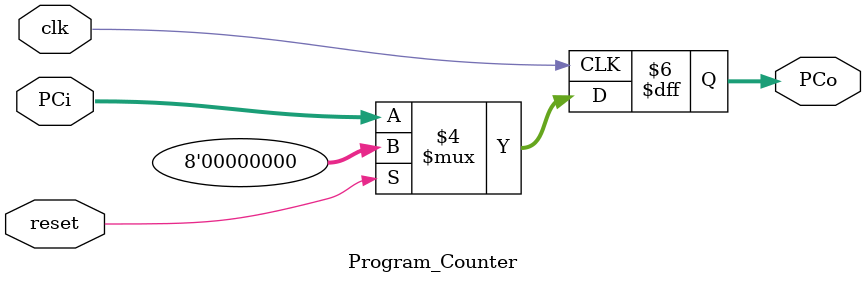
<source format=v>
module Program_Counter(clk, reset, PCi, PCo);

input clk, reset;
input [7:0]PCi;

output reg [7:0]PCo;


always @ (posedge clk) begin

	if (reset == 1'b1)
	PCo = 8'b0;
   else
	PCo = PCi;

end

endmodule

</source>
